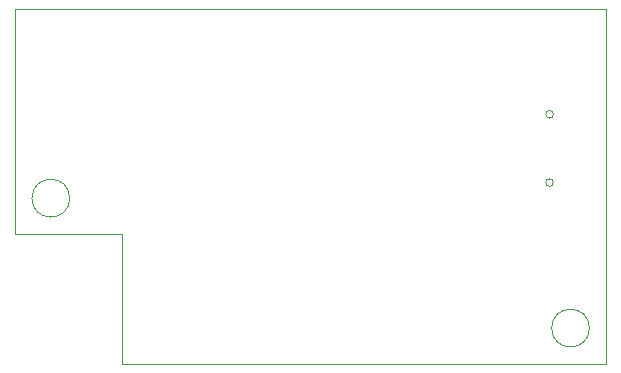
<source format=gbr>
%TF.GenerationSoftware,KiCad,Pcbnew,(7.0.0)*%
%TF.CreationDate,2023-03-01T10:12:44+08:00*%
%TF.ProjectId,DAP_Link_V0_1,4441505f-4c69-46e6-9b5f-56305f312e6b,rev?*%
%TF.SameCoordinates,Original*%
%TF.FileFunction,Profile,NP*%
%FSLAX46Y46*%
G04 Gerber Fmt 4.6, Leading zero omitted, Abs format (unit mm)*
G04 Created by KiCad (PCBNEW (7.0.0)) date 2023-03-01 10:12:44*
%MOMM*%
%LPD*%
G01*
G04 APERTURE LIST*
%TA.AperFunction,Profile*%
%ADD10C,0.100000*%
%TD*%
%TA.AperFunction,Profile*%
%ADD11C,0.120000*%
%TD*%
G04 APERTURE END LIST*
D10*
X130600000Y-81000000D02*
G75*
G03*
X130600000Y-81000000I-1600000J0D01*
G01*
X86600000Y-70000000D02*
G75*
G03*
X86600000Y-70000000I-1600000J0D01*
G01*
X132000000Y-84000000D02*
X132000000Y-54000000D01*
X91000000Y-73000000D02*
X82000000Y-73000000D01*
X91000000Y-84000000D02*
X132000000Y-84000000D01*
X82000000Y-54000000D02*
X82000000Y-73000000D01*
X91000000Y-84000000D02*
X91000000Y-73000000D01*
X132000000Y-54000000D02*
X82000000Y-54000000D01*
D11*
%TO.C,USB1*%
X127551000Y-68676000D02*
G75*
G03*
X127551000Y-68676000I-325000J0D01*
G01*
X127551000Y-62896000D02*
G75*
G03*
X127551000Y-62896000I-325000J0D01*
G01*
%TD*%
M02*

</source>
